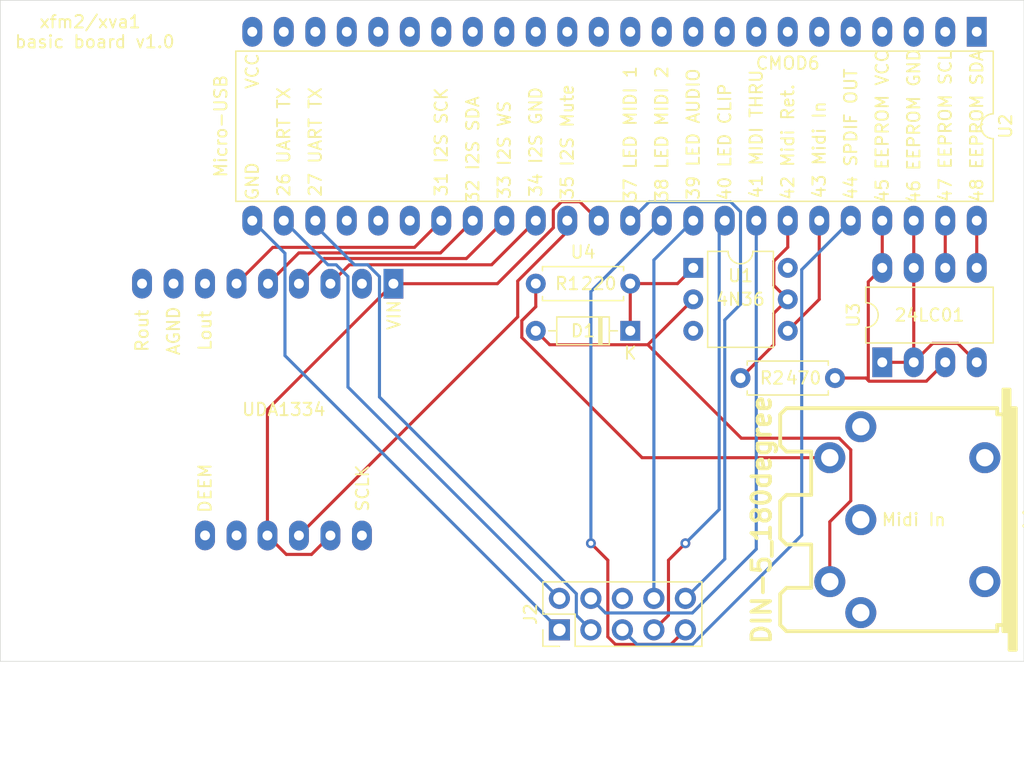
<source format=kicad_pcb>
(kicad_pcb (version 20171130) (host pcbnew "(5.1.9)-1")

  (general
    (thickness 1.6)
    (drawings 40)
    (tracks 118)
    (zones 0)
    (modules 9)
    (nets 65)
  )

  (page A4)
  (layers
    (0 F.Cu signal)
    (31 B.Cu signal)
    (32 B.Adhes user)
    (33 F.Adhes user)
    (34 B.Paste user)
    (35 F.Paste user)
    (36 B.SilkS user)
    (37 F.SilkS user hide)
    (38 B.Mask user)
    (39 F.Mask user)
    (40 Dwgs.User user)
    (41 Cmts.User user)
    (42 Eco1.User user)
    (43 Eco2.User user)
    (44 Edge.Cuts user)
    (45 Margin user)
    (46 B.CrtYd user)
    (47 F.CrtYd user)
    (48 B.Fab user)
    (49 F.Fab user)
  )

  (setup
    (last_trace_width 0.25)
    (trace_clearance 0.2)
    (zone_clearance 0.508)
    (zone_45_only no)
    (trace_min 0.2)
    (via_size 0.8)
    (via_drill 0.4)
    (via_min_size 0.4)
    (via_min_drill 0.3)
    (uvia_size 0.3)
    (uvia_drill 0.1)
    (uvias_allowed no)
    (uvia_min_size 0.2)
    (uvia_min_drill 0.1)
    (edge_width 0.05)
    (segment_width 0.2)
    (pcb_text_width 0.3)
    (pcb_text_size 1.5 1.5)
    (mod_edge_width 0.12)
    (mod_text_size 1 1)
    (mod_text_width 0.15)
    (pad_size 1.524 1.524)
    (pad_drill 0.762)
    (pad_to_mask_clearance 0)
    (aux_axis_origin 0 0)
    (visible_elements 7FFFFFFF)
    (pcbplotparams
      (layerselection 0x010fc_ffffffff)
      (usegerberextensions false)
      (usegerberattributes true)
      (usegerberadvancedattributes true)
      (creategerberjobfile true)
      (excludeedgelayer true)
      (linewidth 0.100000)
      (plotframeref false)
      (viasonmask false)
      (mode 1)
      (useauxorigin false)
      (hpglpennumber 1)
      (hpglpenspeed 20)
      (hpglpendiameter 15.000000)
      (psnegative false)
      (psa4output false)
      (plotreference true)
      (plotvalue true)
      (plotinvisibletext false)
      (padsonsilk false)
      (subtractmaskfromsilk false)
      (outputformat 1)
      (mirror false)
      (drillshape 0)
      (scaleselection 1)
      (outputdirectory "../../gerber/"))
  )

  (net 0 "")
  (net 1 "Net-(U1-Pad3)")
  (net 2 "Net-(U1-Pad6)")
  (net 3 "Net-(U2-Pad1)")
  (net 4 GND)
  (net 5 "Net-(U2-Pad2)")
  (net 6 "Net-(U2-Pad3)")
  (net 7 "Net-(U2-Pad4)")
  (net 8 "Net-(U2-Pad28)")
  (net 9 "Net-(U2-Pad5)")
  (net 10 "Net-(U2-Pad29)")
  (net 11 "Net-(U2-Pad6)")
  (net 12 "Net-(U2-Pad30)")
  (net 13 "Net-(U2-Pad7)")
  (net 14 "Net-(U2-Pad8)")
  (net 15 "Net-(U2-Pad9)")
  (net 16 "Net-(U2-Pad10)")
  (net 17 "Net-(U2-Pad11)")
  (net 18 "Net-(U2-Pad12)")
  (net 19 "Net-(U2-Pad13)")
  (net 20 "Net-(U2-Pad14)")
  (net 21 "Net-(U2-Pad15)")
  (net 22 "Net-(U2-Pad16)")
  (net 23 "Net-(U2-Pad17)")
  (net 24 "Net-(U2-Pad18)")
  (net 25 "Net-(U2-Pad19)")
  (net 26 "Net-(U2-Pad20)")
  (net 27 "Net-(U2-Pad21)")
  (net 28 "Net-(U2-Pad22)")
  (net 29 "Net-(U2-Pad23)")
  (net 30 VCC)
  (net 31 "Net-(U4-Pad10)")
  (net 32 "Net-(U4-Pad2)")
  (net 33 "Net-(U4-Pad7)")
  (net 34 "Net-(U4-Pad8)")
  (net 35 "Net-(U4-Pad9)")
  (net 36 "Net-(U4-Pad14)")
  (net 37 "Net-(U4-Pad15)")
  (net 38 "Net-(J1-Pad3)")
  (net 39 "Net-(J1-Pad2)")
  (net 40 "Net-(J1-Pad1)")
  (net 41 /MIDI_TX)
  (net 42 /MIDI_RETURN)
  (net 43 /EEPROM_VCC)
  (net 44 /MIDI_IN)
  (net 45 /I2S_SCK)
  (net 46 /I2S_SDA)
  (net 47 /I2S_WS)
  (net 48 /I2S_GND)
  (net 49 /I2S_MUTE)
  (net 50 /I2S_VCC)
  (net 51 /EEPROM_GND)
  (net 52 /EEPROM_SCL)
  (net 53 /EEPROM_SDA)
  (net 54 "Net-(J1-Pad4)")
  (net 55 /MIDI_TX_RETURN)
  (net 56 /*UART_TX)
  (net 57 /*UART_RX)
  (net 58 MIDI_THRU)
  (net 59 SPDIF_OUT)
  (net 60 "Net-(J2-Pad6)")
  (net 61 LED_CLIP)
  (net 62 LED_AUDIO)
  (net 63 LED_MIDI_2)
  (net 64 LED_MIDI_1)

  (net_class Default "This is the default net class."
    (clearance 0.2)
    (trace_width 0.25)
    (via_dia 0.8)
    (via_drill 0.4)
    (uvia_dia 0.3)
    (uvia_drill 0.1)
    (add_net /*UART_RX)
    (add_net /*UART_TX)
    (add_net /EEPROM_GND)
    (add_net /EEPROM_SCL)
    (add_net /EEPROM_SDA)
    (add_net /EEPROM_VCC)
    (add_net /I2S_GND)
    (add_net /I2S_MUTE)
    (add_net /I2S_SCK)
    (add_net /I2S_SDA)
    (add_net /I2S_VCC)
    (add_net /I2S_WS)
    (add_net /MIDI_IN)
    (add_net /MIDI_RETURN)
    (add_net /MIDI_TX)
    (add_net /MIDI_TX_RETURN)
    (add_net GND)
    (add_net LED_AUDIO)
    (add_net LED_CLIP)
    (add_net LED_MIDI_1)
    (add_net LED_MIDI_2)
    (add_net MIDI_THRU)
    (add_net "Net-(J1-Pad1)")
    (add_net "Net-(J1-Pad2)")
    (add_net "Net-(J1-Pad3)")
    (add_net "Net-(J1-Pad4)")
    (add_net "Net-(J2-Pad6)")
    (add_net "Net-(U1-Pad3)")
    (add_net "Net-(U1-Pad6)")
    (add_net "Net-(U2-Pad1)")
    (add_net "Net-(U2-Pad10)")
    (add_net "Net-(U2-Pad11)")
    (add_net "Net-(U2-Pad12)")
    (add_net "Net-(U2-Pad13)")
    (add_net "Net-(U2-Pad14)")
    (add_net "Net-(U2-Pad15)")
    (add_net "Net-(U2-Pad16)")
    (add_net "Net-(U2-Pad17)")
    (add_net "Net-(U2-Pad18)")
    (add_net "Net-(U2-Pad19)")
    (add_net "Net-(U2-Pad2)")
    (add_net "Net-(U2-Pad20)")
    (add_net "Net-(U2-Pad21)")
    (add_net "Net-(U2-Pad22)")
    (add_net "Net-(U2-Pad23)")
    (add_net "Net-(U2-Pad28)")
    (add_net "Net-(U2-Pad29)")
    (add_net "Net-(U2-Pad3)")
    (add_net "Net-(U2-Pad30)")
    (add_net "Net-(U2-Pad4)")
    (add_net "Net-(U2-Pad5)")
    (add_net "Net-(U2-Pad6)")
    (add_net "Net-(U2-Pad7)")
    (add_net "Net-(U2-Pad8)")
    (add_net "Net-(U2-Pad9)")
    (add_net "Net-(U4-Pad10)")
    (add_net "Net-(U4-Pad14)")
    (add_net "Net-(U4-Pad15)")
    (add_net "Net-(U4-Pad2)")
    (add_net "Net-(U4-Pad7)")
    (add_net "Net-(U4-Pad8)")
    (add_net "Net-(U4-Pad9)")
    (add_net SPDIF_OUT)
    (add_net VCC)
  )

  (module Package_DIP:DIP-48_W15.24mm_LongPads (layer F.Cu) (tedit 5A02E8C5) (tstamp 60737844)
    (at 142.24 93.98 270)
    (descr "48-lead though-hole mounted DIP package, row spacing 15.24 mm (600 mils), LongPads")
    (tags "THT DIP DIL PDIP 2.54mm 15.24mm 600mil LongPads")
    (path /60732132)
    (fp_text reference U2 (at 7.62 -2.33 90) (layer F.SilkS)
      (effects (font (size 1 1) (thickness 0.15)))
    )
    (fp_text value CmodA7-35T (at 7.62 60.75 90) (layer F.Fab)
      (effects (font (size 1 1) (thickness 0.15)))
    )
    (fp_line (start 1.255 -1.27) (end 14.985 -1.27) (layer F.Fab) (width 0.1))
    (fp_line (start 14.985 -1.27) (end 14.985 59.69) (layer F.Fab) (width 0.1))
    (fp_line (start 14.985 59.69) (end 0.255 59.69) (layer F.Fab) (width 0.1))
    (fp_line (start 0.255 59.69) (end 0.255 -0.27) (layer F.Fab) (width 0.1))
    (fp_line (start 0.255 -0.27) (end 1.255 -1.27) (layer F.Fab) (width 0.1))
    (fp_line (start 6.62 -1.33) (end 1.56 -1.33) (layer F.SilkS) (width 0.12))
    (fp_line (start 1.56 -1.33) (end 1.56 59.75) (layer F.SilkS) (width 0.12))
    (fp_line (start 1.56 59.75) (end 13.68 59.75) (layer F.SilkS) (width 0.12))
    (fp_line (start 13.68 59.75) (end 13.68 -1.33) (layer F.SilkS) (width 0.12))
    (fp_line (start 13.68 -1.33) (end 8.62 -1.33) (layer F.SilkS) (width 0.12))
    (fp_line (start -1.5 -1.55) (end -1.5 59.95) (layer F.CrtYd) (width 0.05))
    (fp_line (start -1.5 59.95) (end 16.7 59.95) (layer F.CrtYd) (width 0.05))
    (fp_line (start 16.7 59.95) (end 16.7 -1.55) (layer F.CrtYd) (width 0.05))
    (fp_line (start 16.7 -1.55) (end -1.5 -1.55) (layer F.CrtYd) (width 0.05))
    (fp_arc (start 7.62 -1.33) (end 6.62 -1.33) (angle -180) (layer F.SilkS) (width 0.12))
    (fp_text user %R (at 7.62 29.21 90) (layer F.Fab)
      (effects (font (size 1 1) (thickness 0.15)))
    )
    (pad 1 thru_hole rect (at 0 0 270) (size 2.4 1.6) (drill 0.8) (layers *.Cu *.Mask)
      (net 3 "Net-(U2-Pad1)"))
    (pad 25 thru_hole oval (at 15.24 58.42 270) (size 2.4 1.6) (drill 0.8) (layers *.Cu *.Mask)
      (net 4 GND))
    (pad 2 thru_hole oval (at 0 2.54 270) (size 2.4 1.6) (drill 0.8) (layers *.Cu *.Mask)
      (net 5 "Net-(U2-Pad2)"))
    (pad 26 thru_hole oval (at 15.24 55.88 270) (size 2.4 1.6) (drill 0.8) (layers *.Cu *.Mask)
      (net 56 /*UART_TX))
    (pad 3 thru_hole oval (at 0 5.08 270) (size 2.4 1.6) (drill 0.8) (layers *.Cu *.Mask)
      (net 6 "Net-(U2-Pad3)"))
    (pad 27 thru_hole oval (at 15.24 53.34 270) (size 2.4 1.6) (drill 0.8) (layers *.Cu *.Mask)
      (net 57 /*UART_RX))
    (pad 4 thru_hole oval (at 0 7.62 270) (size 2.4 1.6) (drill 0.8) (layers *.Cu *.Mask)
      (net 7 "Net-(U2-Pad4)"))
    (pad 28 thru_hole oval (at 15.24 50.8 270) (size 2.4 1.6) (drill 0.8) (layers *.Cu *.Mask)
      (net 8 "Net-(U2-Pad28)"))
    (pad 5 thru_hole oval (at 0 10.16 270) (size 2.4 1.6) (drill 0.8) (layers *.Cu *.Mask)
      (net 9 "Net-(U2-Pad5)"))
    (pad 29 thru_hole oval (at 15.24 48.26 270) (size 2.4 1.6) (drill 0.8) (layers *.Cu *.Mask)
      (net 10 "Net-(U2-Pad29)"))
    (pad 6 thru_hole oval (at 0 12.7 270) (size 2.4 1.6) (drill 0.8) (layers *.Cu *.Mask)
      (net 11 "Net-(U2-Pad6)"))
    (pad 30 thru_hole oval (at 15.24 45.72 270) (size 2.4 1.6) (drill 0.8) (layers *.Cu *.Mask)
      (net 12 "Net-(U2-Pad30)"))
    (pad 7 thru_hole oval (at 0 15.24 270) (size 2.4 1.6) (drill 0.8) (layers *.Cu *.Mask)
      (net 13 "Net-(U2-Pad7)"))
    (pad 31 thru_hole oval (at 15.24 43.18 270) (size 2.4 1.6) (drill 0.8) (layers *.Cu *.Mask)
      (net 45 /I2S_SCK))
    (pad 8 thru_hole oval (at 0 17.78 270) (size 2.4 1.6) (drill 0.8) (layers *.Cu *.Mask)
      (net 14 "Net-(U2-Pad8)"))
    (pad 32 thru_hole oval (at 15.24 40.64 270) (size 2.4 1.6) (drill 0.8) (layers *.Cu *.Mask)
      (net 46 /I2S_SDA))
    (pad 9 thru_hole oval (at 0 20.32 270) (size 2.4 1.6) (drill 0.8) (layers *.Cu *.Mask)
      (net 15 "Net-(U2-Pad9)"))
    (pad 33 thru_hole oval (at 15.24 38.1 270) (size 2.4 1.6) (drill 0.8) (layers *.Cu *.Mask)
      (net 47 /I2S_WS))
    (pad 10 thru_hole oval (at 0 22.86 270) (size 2.4 1.6) (drill 0.8) (layers *.Cu *.Mask)
      (net 16 "Net-(U2-Pad10)"))
    (pad 34 thru_hole oval (at 15.24 35.56 270) (size 2.4 1.6) (drill 0.8) (layers *.Cu *.Mask)
      (net 48 /I2S_GND))
    (pad 11 thru_hole oval (at 0 25.4 270) (size 2.4 1.6) (drill 0.8) (layers *.Cu *.Mask)
      (net 17 "Net-(U2-Pad11)"))
    (pad 35 thru_hole oval (at 15.24 33.02 270) (size 2.4 1.6) (drill 0.8) (layers *.Cu *.Mask)
      (net 49 /I2S_MUTE))
    (pad 12 thru_hole oval (at 0 27.94 270) (size 2.4 1.6) (drill 0.8) (layers *.Cu *.Mask)
      (net 18 "Net-(U2-Pad12)"))
    (pad 36 thru_hole oval (at 15.24 30.48 270) (size 2.4 1.6) (drill 0.8) (layers *.Cu *.Mask)
      (net 50 /I2S_VCC))
    (pad 13 thru_hole oval (at 0 30.48 270) (size 2.4 1.6) (drill 0.8) (layers *.Cu *.Mask)
      (net 19 "Net-(U2-Pad13)"))
    (pad 37 thru_hole oval (at 15.24 27.94 270) (size 2.4 1.6) (drill 0.8) (layers *.Cu *.Mask)
      (net 64 LED_MIDI_1))
    (pad 14 thru_hole oval (at 0 33.02 270) (size 2.4 1.6) (drill 0.8) (layers *.Cu *.Mask)
      (net 20 "Net-(U2-Pad14)"))
    (pad 38 thru_hole oval (at 15.24 25.4 270) (size 2.4 1.6) (drill 0.8) (layers *.Cu *.Mask)
      (net 63 LED_MIDI_2))
    (pad 15 thru_hole oval (at 0 35.56 270) (size 2.4 1.6) (drill 0.8) (layers *.Cu *.Mask)
      (net 21 "Net-(U2-Pad15)"))
    (pad 39 thru_hole oval (at 15.24 22.86 270) (size 2.4 1.6) (drill 0.8) (layers *.Cu *.Mask)
      (net 62 LED_AUDIO))
    (pad 16 thru_hole oval (at 0 38.1 270) (size 2.4 1.6) (drill 0.8) (layers *.Cu *.Mask)
      (net 22 "Net-(U2-Pad16)"))
    (pad 40 thru_hole oval (at 15.24 20.32 270) (size 2.4 1.6) (drill 0.8) (layers *.Cu *.Mask)
      (net 61 LED_CLIP))
    (pad 17 thru_hole oval (at 0 40.64 270) (size 2.4 1.6) (drill 0.8) (layers *.Cu *.Mask)
      (net 23 "Net-(U2-Pad17)"))
    (pad 41 thru_hole oval (at 15.24 17.78 270) (size 2.4 1.6) (drill 0.8) (layers *.Cu *.Mask)
      (net 58 MIDI_THRU))
    (pad 18 thru_hole oval (at 0 43.18 270) (size 2.4 1.6) (drill 0.8) (layers *.Cu *.Mask)
      (net 24 "Net-(U2-Pad18)"))
    (pad 42 thru_hole oval (at 15.24 15.24 270) (size 2.4 1.6) (drill 0.8) (layers *.Cu *.Mask)
      (net 42 /MIDI_RETURN))
    (pad 19 thru_hole oval (at 0 45.72 270) (size 2.4 1.6) (drill 0.8) (layers *.Cu *.Mask)
      (net 25 "Net-(U2-Pad19)"))
    (pad 43 thru_hole oval (at 15.24 12.7 270) (size 2.4 1.6) (drill 0.8) (layers *.Cu *.Mask)
      (net 44 /MIDI_IN))
    (pad 20 thru_hole oval (at 0 48.26 270) (size 2.4 1.6) (drill 0.8) (layers *.Cu *.Mask)
      (net 26 "Net-(U2-Pad20)"))
    (pad 44 thru_hole oval (at 15.24 10.16 270) (size 2.4 1.6) (drill 0.8) (layers *.Cu *.Mask)
      (net 59 SPDIF_OUT))
    (pad 21 thru_hole oval (at 0 50.8 270) (size 2.4 1.6) (drill 0.8) (layers *.Cu *.Mask)
      (net 27 "Net-(U2-Pad21)"))
    (pad 45 thru_hole oval (at 15.24 7.62 270) (size 2.4 1.6) (drill 0.8) (layers *.Cu *.Mask)
      (net 43 /EEPROM_VCC))
    (pad 22 thru_hole oval (at 0 53.34 270) (size 2.4 1.6) (drill 0.8) (layers *.Cu *.Mask)
      (net 28 "Net-(U2-Pad22)"))
    (pad 46 thru_hole oval (at 15.24 5.08 270) (size 2.4 1.6) (drill 0.8) (layers *.Cu *.Mask)
      (net 51 /EEPROM_GND))
    (pad 23 thru_hole oval (at 0 55.88 270) (size 2.4 1.6) (drill 0.8) (layers *.Cu *.Mask)
      (net 29 "Net-(U2-Pad23)"))
    (pad 47 thru_hole oval (at 15.24 2.54 270) (size 2.4 1.6) (drill 0.8) (layers *.Cu *.Mask)
      (net 52 /EEPROM_SCL))
    (pad 24 thru_hole oval (at 0 58.42 270) (size 2.4 1.6) (drill 0.8) (layers *.Cu *.Mask)
      (net 30 VCC))
    (pad 48 thru_hole oval (at 15.24 0 270) (size 2.4 1.6) (drill 0.8) (layers *.Cu *.Mask)
      (net 53 /EEPROM_SDA))
    (model ${KISYS3DMOD}/Package_DIP.3dshapes/DIP-48_W15.24mm.wrl
      (at (xyz 0 0 0))
      (scale (xyz 1 1 1))
      (rotate (xyz 0 0 0))
    )
  )

  (module xfm2:Adafruit_UDA1334A_Breakout (layer F.Cu) (tedit 60731C39) (tstamp 60737876)
    (at 100.33 114.3 270)
    (descr "Adafruit UDA1334A Breakout")
    (path /6078A324)
    (fp_text reference U4 (at -2.54 -10.16 180) (layer F.SilkS)
      (effects (font (size 1 1) (thickness 0.15)))
    )
    (fp_text value UDA1334A (at 10.16 -10.16 90) (layer F.Fab)
      (effects (font (size 1 1) (thickness 0.15)))
    )
    (fp_line (start 22.86 -5.08) (end -2.54 -5.08) (layer F.CrtYd) (width 0.05))
    (fp_line (start 22.86 36.322) (end 22.86 -5.08) (layer F.CrtYd) (width 0.05))
    (fp_line (start -2.54 36.322) (end 22.86 36.322) (layer F.CrtYd) (width 0.05))
    (fp_line (start -2.54 -5.08) (end -2.54 36.322) (layer F.CrtYd) (width 0.05))
    (fp_text user %R (at 3.818 8.94 90) (layer F.Fab)
      (effects (font (size 1 1) (thickness 0.15)))
    )
    (pad 15 thru_hole oval (at 20.32 20.32 270) (size 2.4 1.6) (drill 0.8) (layers *.Cu *.Mask)
      (net 37 "Net-(U4-Pad15)"))
    (pad 14 thru_hole oval (at 20.32 17.78 270) (size 2.4 1.6) (drill 0.8) (layers *.Cu *.Mask)
      (net 36 "Net-(U4-Pad14)"))
    (pad 9 thru_hole oval (at 0 25.4 270) (size 2.4 1.6) (drill 0.8) (layers *.Cu *.Mask)
      (net 35 "Net-(U4-Pad9)"))
    (pad 8 thru_hole oval (at 0 22.86 270) (size 2.4 1.6) (drill 0.8) (layers *.Cu *.Mask)
      (net 34 "Net-(U4-Pad8)"))
    (pad 7 thru_hole oval (at 0 20.32 270) (size 2.4 1.6) (drill 0.8) (layers *.Cu *.Mask)
      (net 33 "Net-(U4-Pad7)"))
    (pad 6 thru_hole oval (at 0 17.78 270) (size 2.4 1.6) (drill 0.8) (layers *.Cu *.Mask)
      (net 45 /I2S_SCK))
    (pad 5 thru_hole oval (at 0.008 15.24 270) (size 2.4 1.6) (drill 0.8) (layers *.Cu *.Mask)
      (net 46 /I2S_SDA))
    (pad 1 thru_hole rect (at 0.008 5.13 270) (size 2.4 1.6) (drill 0.8) (layers *.Cu *.Mask)
      (net 50 /I2S_VCC))
    (pad 13 thru_hole oval (at 20.328 15.29 270) (size 2.4 1.6) (drill 0.8) (layers *.Cu *.Mask)
      (net 50 /I2S_VCC))
    (pad 2 thru_hole oval (at 0.008 7.67 270) (size 2.4 1.6) (drill 0.8) (layers *.Cu *.Mask)
      (net 32 "Net-(U4-Pad2)"))
    (pad 12 thru_hole oval (at 20.328 12.75 270) (size 2.4 1.6) (drill 0.8) (layers *.Cu *.Mask)
      (net 49 /I2S_MUTE))
    (pad 3 thru_hole oval (at 0.008 10.21 270) (size 2.4 1.6) (drill 0.8) (layers *.Cu *.Mask)
      (net 48 /I2S_GND))
    (pad 11 thru_hole oval (at 20.328 10.21 270) (size 2.4 1.6) (drill 0.8) (layers *.Cu *.Mask)
      (net 50 /I2S_VCC))
    (pad 4 thru_hole oval (at 0.008 12.75 270) (size 2.4 1.6) (drill 0.8) (layers *.Cu *.Mask)
      (net 47 /I2S_WS))
    (pad 10 thru_hole oval (at 20.328 7.67 270) (size 2.4 1.6) (drill 0.8) (layers *.Cu *.Mask)
      (net 31 "Net-(U4-Pad10)"))
  )

  (module Package_DIP:DIP-8_W7.62mm_LongPads (layer F.Cu) (tedit 5A02E8C5) (tstamp 607391C6)
    (at 134.62 120.65 90)
    (descr "8-lead though-hole mounted DIP package, row spacing 7.62 mm (300 mils), LongPads")
    (tags "THT DIP DIL PDIP 2.54mm 7.62mm 300mil LongPads")
    (path /60755A48)
    (fp_text reference U3 (at 3.81 -2.33 90) (layer F.SilkS)
      (effects (font (size 1 1) (thickness 0.15)))
    )
    (fp_text value 24LC01 (at 3.81 9.95 90) (layer F.Fab)
      (effects (font (size 1 1) (thickness 0.15)))
    )
    (fp_line (start 1.635 -1.27) (end 6.985 -1.27) (layer F.Fab) (width 0.1))
    (fp_line (start 6.985 -1.27) (end 6.985 8.89) (layer F.Fab) (width 0.1))
    (fp_line (start 6.985 8.89) (end 0.635 8.89) (layer F.Fab) (width 0.1))
    (fp_line (start 0.635 8.89) (end 0.635 -0.27) (layer F.Fab) (width 0.1))
    (fp_line (start 0.635 -0.27) (end 1.635 -1.27) (layer F.Fab) (width 0.1))
    (fp_line (start 2.81 -1.33) (end 1.56 -1.33) (layer F.SilkS) (width 0.12))
    (fp_line (start 1.56 -1.33) (end 1.56 8.95) (layer F.SilkS) (width 0.12))
    (fp_line (start 1.56 8.95) (end 6.06 8.95) (layer F.SilkS) (width 0.12))
    (fp_line (start 6.06 8.95) (end 6.06 -1.33) (layer F.SilkS) (width 0.12))
    (fp_line (start 6.06 -1.33) (end 4.81 -1.33) (layer F.SilkS) (width 0.12))
    (fp_line (start -1.45 -1.55) (end -1.45 9.15) (layer F.CrtYd) (width 0.05))
    (fp_line (start -1.45 9.15) (end 9.1 9.15) (layer F.CrtYd) (width 0.05))
    (fp_line (start 9.1 9.15) (end 9.1 -1.55) (layer F.CrtYd) (width 0.05))
    (fp_line (start 9.1 -1.55) (end -1.45 -1.55) (layer F.CrtYd) (width 0.05))
    (fp_text user %R (at 3.81 3.81 90) (layer F.Fab)
      (effects (font (size 1 1) (thickness 0.15)))
    )
    (fp_arc (start 3.81 -1.33) (end 2.81 -1.33) (angle -180) (layer F.SilkS) (width 0.12))
    (pad 8 thru_hole oval (at 7.62 0 90) (size 2.4 1.6) (drill 0.8) (layers *.Cu *.Mask)
      (net 43 /EEPROM_VCC))
    (pad 4 thru_hole oval (at 0 7.62 90) (size 2.4 1.6) (drill 0.8) (layers *.Cu *.Mask)
      (net 51 /EEPROM_GND))
    (pad 7 thru_hole oval (at 7.62 2.54 90) (size 2.4 1.6) (drill 0.8) (layers *.Cu *.Mask)
      (net 51 /EEPROM_GND))
    (pad 3 thru_hole oval (at 0 5.08 90) (size 2.4 1.6) (drill 0.8) (layers *.Cu *.Mask)
      (net 43 /EEPROM_VCC))
    (pad 6 thru_hole oval (at 7.62 5.08 90) (size 2.4 1.6) (drill 0.8) (layers *.Cu *.Mask)
      (net 52 /EEPROM_SCL))
    (pad 2 thru_hole oval (at 0 2.54 90) (size 2.4 1.6) (drill 0.8) (layers *.Cu *.Mask)
      (net 51 /EEPROM_GND))
    (pad 5 thru_hole oval (at 7.62 7.62 90) (size 2.4 1.6) (drill 0.8) (layers *.Cu *.Mask)
      (net 53 /EEPROM_SDA))
    (pad 1 thru_hole rect (at 0 0 90) (size 2.4 1.6) (drill 0.8) (layers *.Cu *.Mask)
      (net 51 /EEPROM_GND))
    (model ${KISYS3DMOD}/Package_DIP.3dshapes/DIP-8_W7.62mm.wrl
      (at (xyz 0 0 0))
      (scale (xyz 1 1 1))
      (rotate (xyz 0 0 0))
    )
  )

  (module Diode_THT:D_DO-35_SOD27_P7.62mm_Horizontal (layer F.Cu) (tedit 5AE50CD5) (tstamp 607377B8)
    (at 114.3 118.11 180)
    (descr "Diode, DO-35_SOD27 series, Axial, Horizontal, pin pitch=7.62mm, , length*diameter=4*2mm^2, , http://www.diodes.com/_files/packages/DO-35.pdf")
    (tags "Diode DO-35_SOD27 series Axial Horizontal pin pitch 7.62mm  length 4mm diameter 2mm")
    (path /607330FF)
    (fp_text reference D1 (at 3.81 0) (layer F.SilkS)
      (effects (font (size 1 1) (thickness 0.15)))
    )
    (fp_text value D (at 3.81 2.12) (layer F.Fab)
      (effects (font (size 1 1) (thickness 0.15)))
    )
    (fp_line (start 1.81 -1) (end 1.81 1) (layer F.Fab) (width 0.1))
    (fp_line (start 1.81 1) (end 5.81 1) (layer F.Fab) (width 0.1))
    (fp_line (start 5.81 1) (end 5.81 -1) (layer F.Fab) (width 0.1))
    (fp_line (start 5.81 -1) (end 1.81 -1) (layer F.Fab) (width 0.1))
    (fp_line (start 0 0) (end 1.81 0) (layer F.Fab) (width 0.1))
    (fp_line (start 7.62 0) (end 5.81 0) (layer F.Fab) (width 0.1))
    (fp_line (start 2.41 -1) (end 2.41 1) (layer F.Fab) (width 0.1))
    (fp_line (start 2.51 -1) (end 2.51 1) (layer F.Fab) (width 0.1))
    (fp_line (start 2.31 -1) (end 2.31 1) (layer F.Fab) (width 0.1))
    (fp_line (start 1.69 -1.12) (end 1.69 1.12) (layer F.SilkS) (width 0.12))
    (fp_line (start 1.69 1.12) (end 5.93 1.12) (layer F.SilkS) (width 0.12))
    (fp_line (start 5.93 1.12) (end 5.93 -1.12) (layer F.SilkS) (width 0.12))
    (fp_line (start 5.93 -1.12) (end 1.69 -1.12) (layer F.SilkS) (width 0.12))
    (fp_line (start 1.04 0) (end 1.69 0) (layer F.SilkS) (width 0.12))
    (fp_line (start 6.58 0) (end 5.93 0) (layer F.SilkS) (width 0.12))
    (fp_line (start 2.41 -1.12) (end 2.41 1.12) (layer F.SilkS) (width 0.12))
    (fp_line (start 2.53 -1.12) (end 2.53 1.12) (layer F.SilkS) (width 0.12))
    (fp_line (start 2.29 -1.12) (end 2.29 1.12) (layer F.SilkS) (width 0.12))
    (fp_line (start -1.05 -1.25) (end -1.05 1.25) (layer F.CrtYd) (width 0.05))
    (fp_line (start -1.05 1.25) (end 8.67 1.25) (layer F.CrtYd) (width 0.05))
    (fp_line (start 8.67 1.25) (end 8.67 -1.25) (layer F.CrtYd) (width 0.05))
    (fp_line (start 8.67 -1.25) (end -1.05 -1.25) (layer F.CrtYd) (width 0.05))
    (fp_text user %R (at 4.11 0) (layer F.Fab)
      (effects (font (size 0.8 0.8) (thickness 0.12)))
    )
    (fp_text user K (at 0 -1.8) (layer F.Fab)
      (effects (font (size 1 1) (thickness 0.15)))
    )
    (fp_text user K (at 0 -1.8) (layer F.SilkS)
      (effects (font (size 1 1) (thickness 0.15)))
    )
    (pad 1 thru_hole rect (at 0 0 180) (size 1.6 1.6) (drill 0.8) (layers *.Cu *.Mask)
      (net 41 /MIDI_TX))
    (pad 2 thru_hole oval (at 7.62 0 180) (size 1.6 1.6) (drill 0.8) (layers *.Cu *.Mask)
      (net 55 /MIDI_TX_RETURN))
    (model ${KISYS3DMOD}/Diode_THT.3dshapes/D_DO-35_SOD27_P7.62mm_Horizontal.wrl
      (at (xyz 0 0 0))
      (scale (xyz 1 1 1))
      (rotate (xyz 0 0 0))
    )
  )

  (module Resistor_THT:R_Axial_DIN0207_L6.3mm_D2.5mm_P7.62mm_Horizontal (layer F.Cu) (tedit 5AE5139B) (tstamp 607380A6)
    (at 106.68 114.3)
    (descr "Resistor, Axial_DIN0207 series, Axial, Horizontal, pin pitch=7.62mm, 0.25W = 1/4W, length*diameter=6.3*2.5mm^2, http://cdn-reichelt.de/documents/datenblatt/B400/1_4W%23YAG.pdf")
    (tags "Resistor Axial_DIN0207 series Axial Horizontal pin pitch 7.62mm 0.25W = 1/4W length 6.3mm diameter 2.5mm")
    (path /60733746)
    (fp_text reference R1 (at 2.54 0) (layer F.SilkS)
      (effects (font (size 1 1) (thickness 0.15)))
    )
    (fp_text value 220 (at 3.81 2.37) (layer F.Fab)
      (effects (font (size 1 1) (thickness 0.15)))
    )
    (fp_line (start 8.67 -1.5) (end -1.05 -1.5) (layer F.CrtYd) (width 0.05))
    (fp_line (start 8.67 1.5) (end 8.67 -1.5) (layer F.CrtYd) (width 0.05))
    (fp_line (start -1.05 1.5) (end 8.67 1.5) (layer F.CrtYd) (width 0.05))
    (fp_line (start -1.05 -1.5) (end -1.05 1.5) (layer F.CrtYd) (width 0.05))
    (fp_line (start 7.08 1.37) (end 7.08 1.04) (layer F.SilkS) (width 0.12))
    (fp_line (start 0.54 1.37) (end 7.08 1.37) (layer F.SilkS) (width 0.12))
    (fp_line (start 0.54 1.04) (end 0.54 1.37) (layer F.SilkS) (width 0.12))
    (fp_line (start 7.08 -1.37) (end 7.08 -1.04) (layer F.SilkS) (width 0.12))
    (fp_line (start 0.54 -1.37) (end 7.08 -1.37) (layer F.SilkS) (width 0.12))
    (fp_line (start 0.54 -1.04) (end 0.54 -1.37) (layer F.SilkS) (width 0.12))
    (fp_line (start 7.62 0) (end 6.96 0) (layer F.Fab) (width 0.1))
    (fp_line (start 0 0) (end 0.66 0) (layer F.Fab) (width 0.1))
    (fp_line (start 6.96 -1.25) (end 0.66 -1.25) (layer F.Fab) (width 0.1))
    (fp_line (start 6.96 1.25) (end 6.96 -1.25) (layer F.Fab) (width 0.1))
    (fp_line (start 0.66 1.25) (end 6.96 1.25) (layer F.Fab) (width 0.1))
    (fp_line (start 0.66 -1.25) (end 0.66 1.25) (layer F.Fab) (width 0.1))
    (fp_text user %R (at 3.81 0) (layer F.Fab)
      (effects (font (size 1 1) (thickness 0.15)))
    )
    (pad 2 thru_hole oval (at 7.62 0) (size 1.6 1.6) (drill 0.8) (layers *.Cu *.Mask)
      (net 41 /MIDI_TX))
    (pad 1 thru_hole circle (at 0 0) (size 1.6 1.6) (drill 0.8) (layers *.Cu *.Mask)
      (net 54 "Net-(J1-Pad4)"))
    (model ${KISYS3DMOD}/Resistor_THT.3dshapes/R_Axial_DIN0207_L6.3mm_D2.5mm_P7.62mm_Horizontal.wrl
      (at (xyz 0 0 0))
      (scale (xyz 1 1 1))
      (rotate (xyz 0 0 0))
    )
  )

  (module Resistor_THT:R_Axial_DIN0207_L6.3mm_D2.5mm_P7.62mm_Horizontal (layer F.Cu) (tedit 5AE5139B) (tstamp 607377E6)
    (at 130.81 121.92 180)
    (descr "Resistor, Axial_DIN0207 series, Axial, Horizontal, pin pitch=7.62mm, 0.25W = 1/4W, length*diameter=6.3*2.5mm^2, http://cdn-reichelt.de/documents/datenblatt/B400/1_4W%23YAG.pdf")
    (tags "Resistor Axial_DIN0207 series Axial Horizontal pin pitch 7.62mm 0.25W = 1/4W length 6.3mm diameter 2.5mm")
    (path /60736E22)
    (fp_text reference R2 (at 5.08 0) (layer F.SilkS)
      (effects (font (size 1 1) (thickness 0.15)))
    )
    (fp_text value 470 (at 3.81 2.37) (layer F.Fab)
      (effects (font (size 1 1) (thickness 0.15)))
    )
    (fp_line (start 0.66 -1.25) (end 0.66 1.25) (layer F.Fab) (width 0.1))
    (fp_line (start 0.66 1.25) (end 6.96 1.25) (layer F.Fab) (width 0.1))
    (fp_line (start 6.96 1.25) (end 6.96 -1.25) (layer F.Fab) (width 0.1))
    (fp_line (start 6.96 -1.25) (end 0.66 -1.25) (layer F.Fab) (width 0.1))
    (fp_line (start 0 0) (end 0.66 0) (layer F.Fab) (width 0.1))
    (fp_line (start 7.62 0) (end 6.96 0) (layer F.Fab) (width 0.1))
    (fp_line (start 0.54 -1.04) (end 0.54 -1.37) (layer F.SilkS) (width 0.12))
    (fp_line (start 0.54 -1.37) (end 7.08 -1.37) (layer F.SilkS) (width 0.12))
    (fp_line (start 7.08 -1.37) (end 7.08 -1.04) (layer F.SilkS) (width 0.12))
    (fp_line (start 0.54 1.04) (end 0.54 1.37) (layer F.SilkS) (width 0.12))
    (fp_line (start 0.54 1.37) (end 7.08 1.37) (layer F.SilkS) (width 0.12))
    (fp_line (start 7.08 1.37) (end 7.08 1.04) (layer F.SilkS) (width 0.12))
    (fp_line (start -1.05 -1.5) (end -1.05 1.5) (layer F.CrtYd) (width 0.05))
    (fp_line (start -1.05 1.5) (end 8.67 1.5) (layer F.CrtYd) (width 0.05))
    (fp_line (start 8.67 1.5) (end 8.67 -1.5) (layer F.CrtYd) (width 0.05))
    (fp_line (start 8.67 -1.5) (end -1.05 -1.5) (layer F.CrtYd) (width 0.05))
    (fp_text user %R (at 3.81 0) (layer F.Fab)
      (effects (font (size 1 1) (thickness 0.15)))
    )
    (pad 1 thru_hole circle (at 0 0 180) (size 1.6 1.6) (drill 0.8) (layers *.Cu *.Mask)
      (net 43 /EEPROM_VCC))
    (pad 2 thru_hole oval (at 7.62 0 180) (size 1.6 1.6) (drill 0.8) (layers *.Cu *.Mask)
      (net 42 /MIDI_RETURN))
    (model ${KISYS3DMOD}/Resistor_THT.3dshapes/R_Axial_DIN0207_L6.3mm_D2.5mm_P7.62mm_Horizontal.wrl
      (at (xyz 0 0 0))
      (scale (xyz 1 1 1))
      (rotate (xyz 0 0 0))
    )
  )

  (module Package_DIP:DIP-6_W7.62mm (layer F.Cu) (tedit 5A02E8C5) (tstamp 6073CD7D)
    (at 119.38 113.03)
    (descr "6-lead though-hole mounted DIP package, row spacing 7.62 mm (300 mils)")
    (tags "THT DIP DIL PDIP 2.54mm 7.62mm 300mil")
    (path /60734346)
    (fp_text reference U1 (at 3.81 0.635) (layer F.SilkS)
      (effects (font (size 1 1) (thickness 0.15)))
    )
    (fp_text value 4N36 (at 3.81 7.41) (layer F.Fab)
      (effects (font (size 1 1) (thickness 0.15)))
    )
    (fp_line (start 1.635 -1.27) (end 6.985 -1.27) (layer F.Fab) (width 0.1))
    (fp_line (start 6.985 -1.27) (end 6.985 6.35) (layer F.Fab) (width 0.1))
    (fp_line (start 6.985 6.35) (end 0.635 6.35) (layer F.Fab) (width 0.1))
    (fp_line (start 0.635 6.35) (end 0.635 -0.27) (layer F.Fab) (width 0.1))
    (fp_line (start 0.635 -0.27) (end 1.635 -1.27) (layer F.Fab) (width 0.1))
    (fp_line (start 2.81 -1.33) (end 1.16 -1.33) (layer F.SilkS) (width 0.12))
    (fp_line (start 1.16 -1.33) (end 1.16 6.41) (layer F.SilkS) (width 0.12))
    (fp_line (start 1.16 6.41) (end 6.46 6.41) (layer F.SilkS) (width 0.12))
    (fp_line (start 6.46 6.41) (end 6.46 -1.33) (layer F.SilkS) (width 0.12))
    (fp_line (start 6.46 -1.33) (end 4.81 -1.33) (layer F.SilkS) (width 0.12))
    (fp_line (start -1.1 -1.55) (end -1.1 6.6) (layer F.CrtYd) (width 0.05))
    (fp_line (start -1.1 6.6) (end 8.7 6.6) (layer F.CrtYd) (width 0.05))
    (fp_line (start 8.7 6.6) (end 8.7 -1.55) (layer F.CrtYd) (width 0.05))
    (fp_line (start 8.7 -1.55) (end -1.1 -1.55) (layer F.CrtYd) (width 0.05))
    (fp_arc (start 3.81 -1.33) (end 2.81 -1.33) (angle -180) (layer F.SilkS) (width 0.12))
    (fp_text user %R (at 4.209999 2.839999) (layer F.Fab)
      (effects (font (size 1 1) (thickness 0.15)))
    )
    (pad 1 thru_hole rect (at 0 0) (size 1.6 1.6) (drill 0.8) (layers *.Cu *.Mask)
      (net 41 /MIDI_TX))
    (pad 4 thru_hole oval (at 7.62 5.08) (size 1.6 1.6) (drill 0.8) (layers *.Cu *.Mask)
      (net 44 /MIDI_IN))
    (pad 2 thru_hole oval (at 0 2.54) (size 1.6 1.6) (drill 0.8) (layers *.Cu *.Mask)
      (net 55 /MIDI_TX_RETURN))
    (pad 5 thru_hole oval (at 7.62 2.54) (size 1.6 1.6) (drill 0.8) (layers *.Cu *.Mask)
      (net 42 /MIDI_RETURN))
    (pad 3 thru_hole oval (at 0 5.08) (size 1.6 1.6) (drill 0.8) (layers *.Cu *.Mask)
      (net 1 "Net-(U1-Pad3)"))
    (pad 6 thru_hole oval (at 7.62 0) (size 1.6 1.6) (drill 0.8) (layers *.Cu *.Mask)
      (net 2 "Net-(U1-Pad6)"))
    (model ${KISYS3DMOD}/Package_DIP.3dshapes/DIP-6_W7.62mm.wrl
      (at (xyz 0 0 0))
      (scale (xyz 1 1 1))
      (rotate (xyz 0 0 0))
    )
  )

  (module avconnectors:din-5 (layer F.Cu) (tedit 5B4C9AD9) (tstamp 6073BB65)
    (at 135.89 133.35 90)
    (descr "Din 5 (MIDI), Pro Signal P/N PSG03463")
    (path /6074A8C3)
    (fp_text reference J1 (at 0 11 90) (layer F.SilkS)
      (effects (font (size 1.5 1.5) (thickness 0.3)))
    )
    (fp_text value DIN-5_180degree (at 0 -11 90) (layer F.SilkS)
      (effects (font (size 1.5 1.5) (thickness 0.3)))
    )
    (fp_line (start 10.50036 8.49884) (end 10.50036 8.99922) (layer F.SilkS) (width 0.3048))
    (fp_line (start -10.50036 9.4996) (end -10.50036 8.99922) (layer F.SilkS) (width 0.3048))
    (fp_line (start -8.49884 8.001) (end -8.49884 8.49884) (layer F.SilkS) (width 0.3048))
    (fp_line (start 8.49884 8.49884) (end 8.49884 8.001) (layer F.SilkS) (width 0.3048))
    (fp_line (start -8.99922 8.001) (end -8.49884 8.001) (layer F.SilkS) (width 0.3048))
    (fp_line (start 8.99922 8.001) (end 8.49884 8.001) (layer F.SilkS) (width 0.3048))
    (fp_line (start -8.99922 8.49884) (end 10.50036 8.49884) (layer F.SilkS) (width 0.3048))
    (fp_line (start -8.99922 8.99922) (end -8.99922 8.49884) (layer F.SilkS) (width 0.3048))
    (fp_line (start -10.50036 8.99922) (end -8.99922 8.99922) (layer F.SilkS) (width 0.3048))
    (fp_line (start 8.99922 9.4996) (end -10.50036 9.4996) (layer F.SilkS) (width 0.3048))
    (fp_line (start 8.99922 8.99922) (end 8.99922 9.4996) (layer F.SilkS) (width 0.3048))
    (fp_line (start 10.50036 8.99922) (end 8.99922 8.99922) (layer F.SilkS) (width 0.3048))
    (fp_line (start 1.99898 -8.99922) (end 1.99898 -7.00024) (layer F.SilkS) (width 0.3048))
    (fp_line (start 1.50114 -9.4996) (end 1.99898 -8.99922) (layer F.SilkS) (width 0.3048))
    (fp_line (start -1.50114 -9.4996) (end 1.50114 -9.4996) (layer F.SilkS) (width 0.3048))
    (fp_line (start -1.99898 -8.99922) (end -1.99898 -7.00024) (layer F.SilkS) (width 0.3048))
    (fp_line (start -1.50114 -9.4996) (end -1.99898 -8.99922) (layer F.SilkS) (width 0.3048))
    (fp_line (start 5.4991 -7.00024) (end 1.99898 -7.00024) (layer F.SilkS) (width 0.3048))
    (fp_line (start 5.4991 -8.99922) (end 5.4991 -7.00024) (layer F.SilkS) (width 0.3048))
    (fp_line (start 5.99948 -9.4996) (end 5.4991 -8.99922) (layer F.SilkS) (width 0.3048))
    (fp_line (start 6.49986 -9.4996) (end 5.99948 -9.4996) (layer F.SilkS) (width 0.3048))
    (fp_line (start 8.49884 -9.4996) (end 6.49986 -9.4996) (layer F.SilkS) (width 0.3048))
    (fp_line (start 8.99922 -8.99922) (end 8.49884 -9.4996) (layer F.SilkS) (width 0.3048))
    (fp_line (start 8.99922 -8.99922) (end 8.99922 8.001) (layer F.SilkS) (width 0.3048))
    (fp_line (start -5.4991 -7.00024) (end -1.99898 -7.00024) (layer F.SilkS) (width 0.3048))
    (fp_line (start -5.4991 -8.99922) (end -5.4991 -7.00024) (layer F.SilkS) (width 0.3048))
    (fp_line (start -5.99948 -9.4996) (end -5.4991 -8.99922) (layer F.SilkS) (width 0.3048))
    (fp_line (start -8.49884 -9.4996) (end -5.99948 -9.4996) (layer F.SilkS) (width 0.3048))
    (fp_line (start -8.99922 -8.99922) (end -8.49884 -9.4996) (layer F.SilkS) (width 0.3048))
    (fp_line (start -8.99922 -8.99922) (end -8.99922 8.001) (layer F.SilkS) (width 0.3048))
    (fp_line (start -10.50036 9.25068) (end 8.99922 9.25068) (layer F.SilkS) (width 0.3048))
    (fp_line (start 8.99922 8.99922) (end -8.99922 8.99922) (layer F.SilkS) (width 0.3048))
    (fp_line (start -8.99922 8.7503) (end 10.50036 8.7503) (layer F.SilkS) (width 0.3048))
    (pad 3 thru_hole circle (at -7.5 -3 90) (size 2.5 2.5) (drill 1.4) (layers *.Cu *.Mask)
      (net 38 "Net-(J1-Pad3)"))
    (pad 4 thru_hole circle (at 5 -5.5 90) (size 2.5 2.5) (drill 1.4) (layers *.Cu *.Mask)
      (net 54 "Net-(J1-Pad4)"))
    (pad 2 thru_hole circle (at 0 -3 90) (size 2.5 2.5) (drill 1.4) (layers *.Cu *.Mask)
      (net 39 "Net-(J1-Pad2)"))
    (pad 1 thru_hole circle (at 7.5 -3 90) (size 2.5 2.5) (drill 1.4) (layers *.Cu *.Mask)
      (net 40 "Net-(J1-Pad1)"))
    (pad 5 thru_hole circle (at -5 -5.5 90) (size 2.5 2.5) (drill 1.4) (layers *.Cu *.Mask)
      (net 55 /MIDI_TX_RETURN))
    (pad 6 thru_hole circle (at 5 7 90) (size 2.5 2.5) (drill 1.4) (layers *.Cu *.Mask))
    (pad 6 thru_hole circle (at -5 7 90) (size 2.5 2.5) (drill 1.4) (layers *.Cu *.Mask))
    (model walter/conn_av/din-5.wrl
      (at (xyz 0 0 0))
      (scale (xyz 1 1 1))
      (rotate (xyz 0 0 0))
    )
  )

  (module Connector_PinHeader_2.54mm:PinHeader_2x05_P2.54mm_Vertical (layer F.Cu) (tedit 59FED5CC) (tstamp 6073E265)
    (at 108.585 142.24 90)
    (descr "Through hole straight pin header, 2x05, 2.54mm pitch, double rows")
    (tags "Through hole pin header THT 2x05 2.54mm double row")
    (path /60807FC1)
    (fp_text reference J2 (at 1.27 -2.33 90) (layer F.SilkS)
      (effects (font (size 1 1) (thickness 0.15)))
    )
    (fp_text value Conn_02x05_Counter_Clockwise (at 1.27 12.49 90) (layer F.Fab)
      (effects (font (size 1 1) (thickness 0.15)))
    )
    (fp_line (start 4.35 -1.8) (end -1.8 -1.8) (layer F.CrtYd) (width 0.05))
    (fp_line (start 4.35 11.95) (end 4.35 -1.8) (layer F.CrtYd) (width 0.05))
    (fp_line (start -1.8 11.95) (end 4.35 11.95) (layer F.CrtYd) (width 0.05))
    (fp_line (start -1.8 -1.8) (end -1.8 11.95) (layer F.CrtYd) (width 0.05))
    (fp_line (start -1.33 -1.33) (end 0 -1.33) (layer F.SilkS) (width 0.12))
    (fp_line (start -1.33 0) (end -1.33 -1.33) (layer F.SilkS) (width 0.12))
    (fp_line (start 1.27 -1.33) (end 3.87 -1.33) (layer F.SilkS) (width 0.12))
    (fp_line (start 1.27 1.27) (end 1.27 -1.33) (layer F.SilkS) (width 0.12))
    (fp_line (start -1.33 1.27) (end 1.27 1.27) (layer F.SilkS) (width 0.12))
    (fp_line (start 3.87 -1.33) (end 3.87 11.49) (layer F.SilkS) (width 0.12))
    (fp_line (start -1.33 1.27) (end -1.33 11.49) (layer F.SilkS) (width 0.12))
    (fp_line (start -1.33 11.49) (end 3.87 11.49) (layer F.SilkS) (width 0.12))
    (fp_line (start -1.27 0) (end 0 -1.27) (layer F.Fab) (width 0.1))
    (fp_line (start -1.27 11.43) (end -1.27 0) (layer F.Fab) (width 0.1))
    (fp_line (start 3.81 11.43) (end -1.27 11.43) (layer F.Fab) (width 0.1))
    (fp_line (start 3.81 -1.27) (end 3.81 11.43) (layer F.Fab) (width 0.1))
    (fp_line (start 0 -1.27) (end 3.81 -1.27) (layer F.Fab) (width 0.1))
    (fp_text user %R (at 1.27 5.08) (layer F.Fab)
      (effects (font (size 1 1) (thickness 0.15)))
    )
    (pad 1 thru_hole rect (at 0 0 90) (size 1.7 1.7) (drill 1) (layers *.Cu *.Mask)
      (net 4 GND))
    (pad 2 thru_hole oval (at 2.54 0 90) (size 1.7 1.7) (drill 1) (layers *.Cu *.Mask)
      (net 56 /*UART_TX))
    (pad 3 thru_hole oval (at 0 2.54 90) (size 1.7 1.7) (drill 1) (layers *.Cu *.Mask)
      (net 57 /*UART_RX))
    (pad 4 thru_hole oval (at 2.54 2.54 90) (size 1.7 1.7) (drill 1) (layers *.Cu *.Mask)
      (net 58 MIDI_THRU))
    (pad 5 thru_hole oval (at 0 5.08 90) (size 1.7 1.7) (drill 1) (layers *.Cu *.Mask)
      (net 59 SPDIF_OUT))
    (pad 6 thru_hole oval (at 2.54 5.08 90) (size 1.7 1.7) (drill 1) (layers *.Cu *.Mask)
      (net 60 "Net-(J2-Pad6)"))
    (pad 7 thru_hole oval (at 0 7.62 90) (size 1.7 1.7) (drill 1) (layers *.Cu *.Mask)
      (net 61 LED_CLIP))
    (pad 8 thru_hole oval (at 2.54 7.62 90) (size 1.7 1.7) (drill 1) (layers *.Cu *.Mask)
      (net 62 LED_AUDIO))
    (pad 9 thru_hole oval (at 0 10.16 90) (size 1.7 1.7) (drill 1) (layers *.Cu *.Mask)
      (net 63 LED_MIDI_2))
    (pad 10 thru_hole oval (at 2.54 10.16 90) (size 1.7 1.7) (drill 1) (layers *.Cu *.Mask)
      (net 64 LED_MIDI_1))
    (model ${KISYS3DMOD}/Connector_PinHeader_2.54mm.3dshapes/PinHeader_2x05_P2.54mm_Vertical.wrl
      (at (xyz 0 0 0))
      (scale (xyz 1 1 1))
      (rotate (xyz 0 0 0))
    )
  )

  (gr_text "44 SPDIF OUT" (at 132.08 102.235 90) (layer F.SilkS)
    (effects (font (size 1 1) (thickness 0.15)))
  )
  (gr_text "41 MIDI THRU" (at 124.46 102.235 90) (layer F.SilkS)
    (effects (font (size 1 1) (thickness 0.15)))
  )
  (gr_text "40 LED CLIP" (at 121.92 102.87 90) (layer F.SilkS)
    (effects (font (size 1 1) (thickness 0.15)))
  )
  (gr_text "39 LED AUDIO" (at 119.38 102.235 90) (layer F.SilkS)
    (effects (font (size 1 1) (thickness 0.15)))
  )
  (gr_text "38 LED MIDI 2" (at 116.84 102.235 90) (layer F.SilkS)
    (effects (font (size 1 1) (thickness 0.15)))
  )
  (gr_text "37 LED MIDI 1" (at 114.3 102.235 90) (layer F.SilkS)
    (effects (font (size 1 1) (thickness 0.15)))
  )
  (gr_text "27 UART TX" (at 88.9 102.87 90) (layer F.SilkS)
    (effects (font (size 1 1) (thickness 0.15)))
  )
  (gr_text "26 UART TX" (at 86.36 102.87 90) (layer F.SilkS)
    (effects (font (size 1 1) (thickness 0.15)))
  )
  (gr_text GND (at 83.82 106.045 90) (layer F.SilkS)
    (effects (font (size 1 1) (thickness 0.15)))
  )
  (gr_text VCC (at 83.82 97.155 90) (layer F.SilkS)
    (effects (font (size 1 1) (thickness 0.15)))
  )
  (gr_text "48 EEPROM SDA" (at 142.24 101.6 90) (layer F.SilkS)
    (effects (font (size 1 1) (thickness 0.15)))
  )
  (gr_text "47 EEPROM SCL" (at 139.7 101.6 90) (layer F.SilkS)
    (effects (font (size 1 1) (thickness 0.15)))
  )
  (gr_text "46 EEPROM GND" (at 137.16 101.6 90) (layer F.SilkS)
    (effects (font (size 1 1) (thickness 0.15)))
  )
  (gr_text "45 EEPROM VCC" (at 134.62 101.6 90) (layer F.SilkS)
    (effects (font (size 1 1) (thickness 0.15)))
  )
  (gr_text "31 I2S SCK" (at 99.06 102.87 90) (layer F.SilkS)
    (effects (font (size 1 1) (thickness 0.15)))
  )
  (gr_text "32 I2S SDA" (at 101.6 103.505 90) (layer F.SilkS)
    (effects (font (size 1 1) (thickness 0.15)))
  )
  (gr_text "33 I2S WS" (at 104.14 103.505 90) (layer F.SilkS)
    (effects (font (size 1 1) (thickness 0.15)))
  )
  (gr_text "34 I2S GND" (at 106.68 102.87 90) (layer F.SilkS)
    (effects (font (size 1 1) (thickness 0.15)))
  )
  (gr_text "35 I2S Mute" (at 109.22 102.87 90) (layer F.SilkS)
    (effects (font (size 1 1) (thickness 0.15)))
  )
  (gr_text "42 Midi Ret." (at 127 102.87 90) (layer F.SilkS)
    (effects (font (size 1 1) (thickness 0.15)))
  )
  (gr_text "43 Midi In" (at 129.54 103.505 90) (layer F.SilkS) (tstamp 6073DA76)
    (effects (font (size 1 1) (thickness 0.15)))
  )
  (gr_text Micro-USB (at 81.28 101.6 90) (layer F.SilkS)
    (effects (font (size 1 1) (thickness 0.15)))
  )
  (gr_text "Midi In" (at 137.16 133.35) (layer F.SilkS) (tstamp 6073D5E4)
    (effects (font (size 1 1) (thickness 0.15)))
  )
  (gr_text UDA1334 (at 86.36 124.46) (layer F.SilkS)
    (effects (font (size 1 1) (thickness 0.15)))
  )
  (gr_text CMOD6 (at 127 96.52) (layer F.SilkS)
    (effects (font (size 1 1) (thickness 0.15)))
  )
  (gr_text 4N36 (at 123.19 115.57) (layer F.SilkS) (tstamp 6073CDC2)
    (effects (font (size 1 1) (thickness 0.15)))
  )
  (gr_text 24LC01 (at 138.43 116.84) (layer F.SilkS)
    (effects (font (size 1 1) (thickness 0.15)))
  )
  (gr_text 220 (at 111.76 114.3) (layer F.SilkS)
    (effects (font (size 1 1) (thickness 0.15)))
  )
  (gr_text 470 (at 128.27 121.92) (layer F.SilkS)
    (effects (font (size 1 1) (thickness 0.15)))
  )
  (gr_text DEEM (at 80.01 130.81 90) (layer F.SilkS)
    (effects (font (size 1 1) (thickness 0.15)))
  )
  (gr_text Rout (at 74.93 118.11 90) (layer F.SilkS)
    (effects (font (size 1 1) (thickness 0.15)))
  )
  (gr_text AGND (at 77.47 118.11 90) (layer F.SilkS)
    (effects (font (size 1 1) (thickness 0.15)))
  )
  (gr_text Lout (at 80.01 118.11 90) (layer F.SilkS)
    (effects (font (size 1 1) (thickness 0.15)))
  )
  (gr_text VIN (at 95.25 116.84 90) (layer F.SilkS) (tstamp 6073C766)
    (effects (font (size 1 1) (thickness 0.15)))
  )
  (gr_text SCLK (at 92.71 130.81 90) (layer F.SilkS)
    (effects (font (size 1 1) (thickness 0.15)))
  )
  (gr_text "xfm2/xva1 \nbasic board v1.0" (at 71.12 93.98) (layer F.SilkS)
    (effects (font (size 1 1) (thickness 0.15)))
  )
  (gr_line (start 63.5 144.78) (end 63.5 91.44) (layer Edge.Cuts) (width 0.05) (tstamp 6073AD94))
  (gr_line (start 146.05 144.78) (end 63.5 144.78) (layer Edge.Cuts) (width 0.05))
  (gr_line (start 146.05 91.44) (end 146.05 144.78) (layer Edge.Cuts) (width 0.05))
  (gr_line (start 63.5 91.44) (end 146.05 91.44) (layer Edge.Cuts) (width 0.05))

  (segment (start 86.45499 120.10999) (end 108.585 142.24) (width 0.25) (layer B.Cu) (net 4))
  (segment (start 86.45499 111.85499) (end 86.45499 120.10999) (width 0.25) (layer B.Cu) (net 4))
  (segment (start 83.82 109.22) (end 86.45499 111.85499) (width 0.25) (layer B.Cu) (net 4))
  (segment (start 114.3 118.11) (end 114.3 114.3) (width 0.25) (layer F.Cu) (net 41))
  (segment (start 118.11 114.3) (end 119.38 113.03) (width 0.25) (layer F.Cu) (net 41))
  (segment (start 114.3 114.3) (end 118.11 114.3) (width 0.25) (layer F.Cu) (net 41))
  (segment (start 125.874999 114.444999) (end 127 115.57) (width 0.25) (layer F.Cu) (net 42) (tstamp 6073CDBF))
  (segment (start 127 111.364998) (end 127 109.22) (width 0.25) (layer F.Cu) (net 42))
  (segment (start 125.874999 112.489999) (end 127 111.364998) (width 0.25) (layer F.Cu) (net 42))
  (segment (start 125.874999 114.444999) (end 125.874999 112.489999) (width 0.25) (layer F.Cu) (net 42))
  (segment (start 125.874999 119.235001) (end 123.19 121.92) (width 0.25) (layer F.Cu) (net 42))
  (segment (start 125.874999 116.695001) (end 125.874999 119.235001) (width 0.25) (layer F.Cu) (net 42))
  (segment (start 127 115.57) (end 125.874999 116.695001) (width 0.25) (layer F.Cu) (net 42))
  (segment (start 138.174999 122.175001) (end 139.7 120.65) (width 0.25) (layer F.Cu) (net 43))
  (segment (start 133.494999 122.110001) (end 133.559999 122.175001) (width 0.25) (layer F.Cu) (net 43))
  (segment (start 133.559999 122.175001) (end 138.174999 122.175001) (width 0.25) (layer F.Cu) (net 43))
  (segment (start 133.494999 114.155001) (end 133.494999 122.110001) (width 0.25) (layer F.Cu) (net 43))
  (segment (start 134.62 113.03) (end 133.494999 114.155001) (width 0.25) (layer F.Cu) (net 43))
  (segment (start 134.62 113.03) (end 134.62 109.22) (width 0.25) (layer F.Cu) (net 43))
  (segment (start 133.304998 121.92) (end 133.494999 122.110001) (width 0.25) (layer F.Cu) (net 43))
  (segment (start 130.81 121.92) (end 133.304998 121.92) (width 0.25) (layer F.Cu) (net 43))
  (segment (start 129.54 115.57) (end 129.54 109.22) (width 0.25) (layer F.Cu) (net 44))
  (segment (start 127 118.11) (end 129.54 115.57) (width 0.25) (layer F.Cu) (net 44))
  (segment (start 96.905041 111.374959) (end 99.06 109.22) (width 0.25) (layer F.Cu) (net 45))
  (segment (start 85.475041 111.374959) (end 96.905041 111.374959) (width 0.25) (layer F.Cu) (net 45))
  (segment (start 82.55 114.3) (end 85.475041 111.374959) (width 0.25) (layer F.Cu) (net 45))
  (segment (start 98.995031 111.824969) (end 101.6 109.22) (width 0.25) (layer F.Cu) (net 46))
  (segment (start 87.573031 111.824969) (end 98.995031 111.824969) (width 0.25) (layer F.Cu) (net 46))
  (segment (start 85.09 114.308) (end 87.573031 111.824969) (width 0.25) (layer F.Cu) (net 46))
  (segment (start 101.085021 112.274979) (end 104.14 109.22) (width 0.25) (layer F.Cu) (net 47))
  (segment (start 89.613021 112.274979) (end 101.085021 112.274979) (width 0.25) (layer F.Cu) (net 47))
  (segment (start 87.58 114.308) (end 89.613021 112.274979) (width 0.25) (layer F.Cu) (net 47))
  (segment (start 103.11701 112.78299) (end 106.68 109.22) (width 0.25) (layer F.Cu) (net 48))
  (segment (start 91.64501 112.78299) (end 103.11701 112.78299) (width 0.25) (layer F.Cu) (net 48))
  (segment (start 90.12 114.308) (end 91.64501 112.78299) (width 0.25) (layer F.Cu) (net 48))
  (segment (start 87.58 134.628) (end 105.223001 116.984999) (width 0.25) (layer F.Cu) (net 49))
  (segment (start 109.22 110.094998) (end 109.22 109.22) (width 0.25) (layer F.Cu) (net 49))
  (segment (start 105.223001 114.091997) (end 109.22 110.094998) (width 0.25) (layer F.Cu) (net 49))
  (segment (start 105.223001 116.984999) (end 105.223001 114.091997) (width 0.25) (layer F.Cu) (net 49))
  (segment (start 88.59499 136.15301) (end 90.12 134.628) (width 0.25) (layer F.Cu) (net 50))
  (segment (start 86.56501 136.15301) (end 88.59499 136.15301) (width 0.25) (layer F.Cu) (net 50))
  (segment (start 85.04 134.628) (end 86.56501 136.15301) (width 0.25) (layer F.Cu) (net 50))
  (segment (start 85.04 124.468) (end 95.2 114.308) (width 0.25) (layer F.Cu) (net 50))
  (segment (start 85.04 134.628) (end 85.04 124.468) (width 0.25) (layer F.Cu) (net 50))
  (segment (start 110.23499 107.69499) (end 111.76 109.22) (width 0.25) (layer F.Cu) (net 50))
  (segment (start 108.754006 107.69499) (end 110.23499 107.69499) (width 0.25) (layer F.Cu) (net 50))
  (segment (start 108.09499 108.354006) (end 108.754006 107.69499) (width 0.25) (layer F.Cu) (net 50))
  (segment (start 108.09499 109.796014) (end 108.09499 108.354006) (width 0.25) (layer F.Cu) (net 50))
  (segment (start 103.583004 114.308) (end 108.09499 109.796014) (width 0.25) (layer F.Cu) (net 50))
  (segment (start 95.2 114.308) (end 103.583004 114.308) (width 0.25) (layer F.Cu) (net 50))
  (segment (start 137.16 113.03) (end 137.16 120.65) (width 0.25) (layer F.Cu) (net 51))
  (segment (start 134.62 120.65) (end 137.16 120.65) (width 0.25) (layer F.Cu) (net 51))
  (segment (start 140.71499 119.12499) (end 142.24 120.65) (width 0.25) (layer F.Cu) (net 51))
  (segment (start 138.68501 119.12499) (end 140.71499 119.12499) (width 0.25) (layer F.Cu) (net 51))
  (segment (start 137.16 120.65) (end 138.68501 119.12499) (width 0.25) (layer F.Cu) (net 51))
  (segment (start 137.16 113.03) (end 137.16 109.22) (width 0.25) (layer F.Cu) (net 51))
  (segment (start 139.7 113.03) (end 139.7 109.22) (width 0.25) (layer F.Cu) (net 52))
  (segment (start 142.24 113.03) (end 142.24 109.22) (width 0.25) (layer F.Cu) (net 53))
  (segment (start 106.68 116.16441) (end 106.68 114.3) (width 0.25) (layer F.Cu) (net 54))
  (segment (start 105.554999 117.289411) (end 106.68 116.16441) (width 0.25) (layer F.Cu) (net 54))
  (segment (start 105.554999 118.650001) (end 105.554999 117.289411) (width 0.25) (layer F.Cu) (net 54))
  (segment (start 115.254998 128.35) (end 105.554999 118.650001) (width 0.25) (layer F.Cu) (net 54))
  (segment (start 130.39 128.35) (end 115.254998 128.35) (width 0.25) (layer F.Cu) (net 54))
  (segment (start 115.714999 119.235001) (end 119.38 115.57) (width 0.25) (layer F.Cu) (net 55))
  (segment (start 107.805001 119.235001) (end 115.714999 119.235001) (width 0.25) (layer F.Cu) (net 55))
  (segment (start 106.68 118.11) (end 107.805001 119.235001) (width 0.25) (layer F.Cu) (net 55))
  (segment (start 130.39 133.518998) (end 130.39 138.35) (width 0.25) (layer F.Cu) (net 55))
  (segment (start 132.08 131.828998) (end 130.39 133.518998) (width 0.25) (layer F.Cu) (net 55))
  (segment (start 132.08 127.708998) (end 132.08 131.828998) (width 0.25) (layer F.Cu) (net 55))
  (segment (start 131.146001 126.774999) (end 132.08 127.708998) (width 0.25) (layer F.Cu) (net 55))
  (segment (start 123.254997 126.774999) (end 131.146001 126.774999) (width 0.25) (layer F.Cu) (net 55))
  (segment (start 115.714999 119.235001) (end 123.254997 126.774999) (width 0.25) (layer F.Cu) (net 55))
  (segment (start 91.53499 122.64999) (end 108.585 139.7) (width 0.25) (layer B.Cu) (net 56))
  (segment (start 91.53499 113.731986) (end 91.53499 122.64999) (width 0.25) (layer B.Cu) (net 56))
  (segment (start 90.585994 112.78299) (end 91.53499 113.731986) (width 0.25) (layer B.Cu) (net 56))
  (segment (start 89.92299 112.78299) (end 90.585994 112.78299) (width 0.25) (layer B.Cu) (net 56))
  (segment (start 86.36 109.22) (end 89.92299 112.78299) (width 0.25) (layer B.Cu) (net 56))
  (segment (start 109.949999 139.325997) (end 109.949999 141.064999) (width 0.25) (layer B.Cu) (net 57))
  (segment (start 109.949999 141.064999) (end 111.125 142.24) (width 0.25) (layer B.Cu) (net 57))
  (segment (start 94.074999 123.450997) (end 109.949999 139.325997) (width 0.25) (layer B.Cu) (net 57))
  (segment (start 94.074999 113.731995) (end 94.074999 123.450997) (width 0.25) (layer B.Cu) (net 57))
  (segment (start 93.125994 112.78299) (end 94.074999 113.731995) (width 0.25) (layer B.Cu) (net 57))
  (segment (start 92.06299 112.78299) (end 93.125994 112.78299) (width 0.25) (layer B.Cu) (net 57))
  (segment (start 88.9 109.62) (end 92.06299 112.78299) (width 0.25) (layer B.Cu) (net 57))
  (segment (start 88.9 109.22) (end 88.9 109.62) (width 0.25) (layer B.Cu) (net 57))
  (segment (start 124.46 135.724002) (end 124.46 109.22) (width 0.25) (layer B.Cu) (net 58))
  (segment (start 119.309001 140.875001) (end 124.46 135.724002) (width 0.25) (layer B.Cu) (net 58))
  (segment (start 112.300001 140.875001) (end 119.309001 140.875001) (width 0.25) (layer B.Cu) (net 58))
  (segment (start 111.125 139.7) (end 112.300001 140.875001) (width 0.25) (layer B.Cu) (net 58))
  (segment (start 128.125001 113.174999) (end 132.08 109.22) (width 0.25) (layer B.Cu) (net 59))
  (segment (start 128.125001 134.599001) (end 128.125001 113.174999) (width 0.25) (layer B.Cu) (net 59))
  (segment (start 119.309001 143.415001) (end 128.125001 134.599001) (width 0.25) (layer B.Cu) (net 59))
  (segment (start 114.840001 143.415001) (end 119.309001 143.415001) (width 0.25) (layer B.Cu) (net 59))
  (segment (start 113.665 142.24) (end 114.840001 143.415001) (width 0.25) (layer B.Cu) (net 59))
  (segment (start 121.46999 109.67001) (end 121.46999 132.53001) (width 0.25) (layer B.Cu) (net 61))
  (segment (start 121.92 109.22) (end 121.46999 109.67001) (width 0.25) (layer B.Cu) (net 61))
  (via (at 118.745 135.255) (size 0.8) (drill 0.4) (layers F.Cu B.Cu) (net 61))
  (segment (start 121.46999 132.53001) (end 118.745 135.255) (width 0.25) (layer B.Cu) (net 61))
  (segment (start 117.380001 141.064999) (end 116.205 142.24) (width 0.25) (layer F.Cu) (net 61))
  (segment (start 117.380001 136.619999) (end 117.380001 141.064999) (width 0.25) (layer F.Cu) (net 61))
  (segment (start 118.745 135.255) (end 117.380001 136.619999) (width 0.25) (layer F.Cu) (net 61))
  (segment (start 116.205 112.395) (end 116.205 139.7) (width 0.25) (layer B.Cu) (net 62))
  (segment (start 119.38 109.22) (end 116.205 112.395) (width 0.25) (layer B.Cu) (net 62))
  (segment (start 116.84 109.22) (end 111.125 114.935) (width 0.25) (layer B.Cu) (net 63))
  (via (at 111.125 135.255) (size 0.8) (drill 0.4) (layers F.Cu B.Cu) (net 63))
  (segment (start 111.125 114.935) (end 111.125 135.255) (width 0.25) (layer B.Cu) (net 63))
  (segment (start 117.569999 143.415001) (end 118.745 142.24) (width 0.25) (layer F.Cu) (net 63))
  (segment (start 113.100999 143.415001) (end 117.569999 143.415001) (width 0.25) (layer F.Cu) (net 63))
  (segment (start 112.489999 142.804001) (end 113.100999 143.415001) (width 0.25) (layer F.Cu) (net 63))
  (segment (start 112.489999 136.619999) (end 112.489999 142.804001) (width 0.25) (layer F.Cu) (net 63))
  (segment (start 111.125 135.255) (end 112.489999 136.619999) (width 0.25) (layer F.Cu) (net 63))
  (segment (start 122.385994 107.69499) (end 123.19 108.498996) (width 0.25) (layer B.Cu) (net 64))
  (segment (start 115.82501 107.69499) (end 122.385994 107.69499) (width 0.25) (layer B.Cu) (net 64))
  (segment (start 114.3 109.22) (end 115.82501 107.69499) (width 0.25) (layer B.Cu) (net 64))
  (segment (start 123.19 115.965002) (end 121.92 117.235002) (width 0.25) (layer B.Cu) (net 64))
  (segment (start 123.19 108.498996) (end 123.19 115.965002) (width 0.25) (layer B.Cu) (net 64))
  (segment (start 121.92 136.525) (end 118.745 139.7) (width 0.25) (layer B.Cu) (net 64))
  (segment (start 121.92 117.235002) (end 121.92 136.525) (width 0.25) (layer B.Cu) (net 64))

)

</source>
